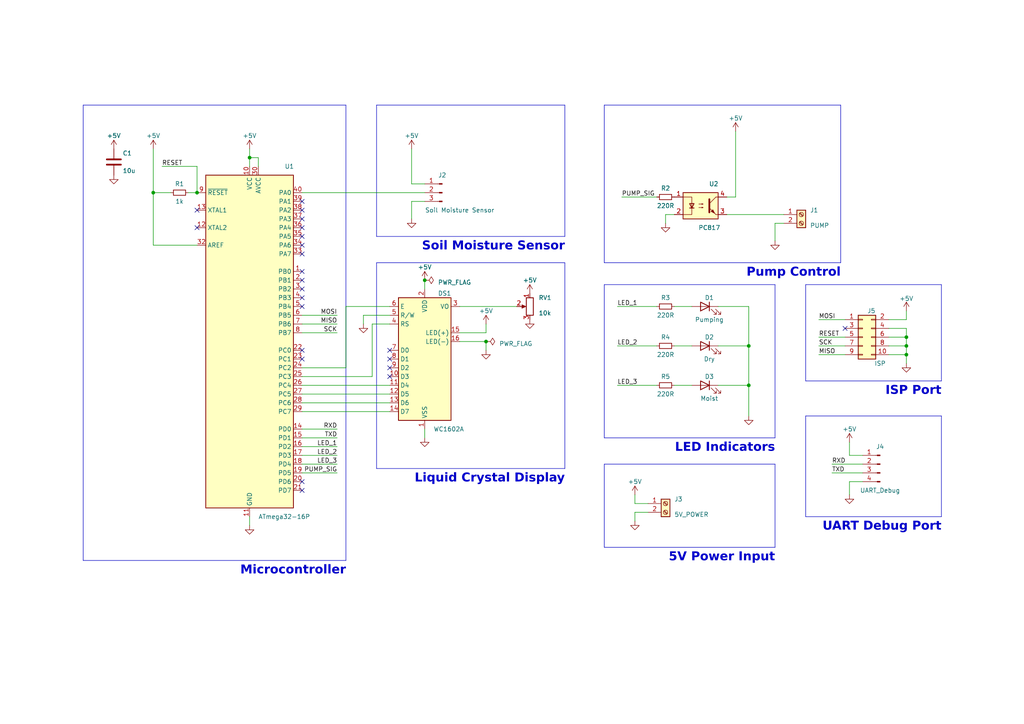
<source format=kicad_sch>
(kicad_sch (version 20230121) (generator eeschema)
  (paper "A4")
  (title_block (title "Automatic Irrigation System") (date "2023-07-07") (rev "1") (company "JIMS Innovations") (comment 1 "Designed by Jesutofunmi Kupoluyi "))
  (lib_symbols
    (symbol "Connector:Conn_01x03_Pin" (pin_names (offset 1.016) hide)
      (property "Reference" "J" (at 0 5.08 0))
      (property "Value" "Conn_01x03_Pin" (at 0 -5.08 0))
      (symbol "Conn_01x03_Pin_1_1"
        (polyline (pts (xy 1.27 -2.54) (xy 0.8636 -2.54)) (stroke (width 0.1524)))
        (polyline (pts (xy 1.27 0) (xy 0.8636 0)) (stroke (width 0.1524)))
        (polyline (pts (xy 1.27 2.54) (xy 0.8636 2.54)) (stroke (width 0.1524)))
        (rectangle (start 0.8636 -2.413) (end 0 -2.667) (stroke (width 0.1524)) (fill (type outline)))
        (rectangle (start 0.8636 0.127) (end 0 -0.127) (stroke (width 0.1524)) (fill (type outline)))
        (rectangle (start 0.8636 2.667) (end 0 2.413) (stroke (width 0.1524)) (fill (type outline)))
        (pin passive line (at 5.08 2.54 180) (length 3.81) (name "Pin_1") (number "1"))
        (pin passive line (at 5.08 0 180) (length 3.81) (name "Pin_2") (number "2"))
        (pin passive line (at 5.08 -2.54 180) (length 3.81) (name "Pin_3") (number "3"))
      )
    )
    (symbol "Connector:Conn_01x04_Pin" (pin_names (offset 1.016) hide)
      (property "Reference" "J" (at 0 5.08 0))
      (property "Value" "Conn_01x04_Pin" (at 0 -7.62 0))
      (symbol "Conn_01x04_Pin_1_1"
        (polyline (pts (xy 1.27 -5.08) (xy 0.8636 -5.08)) (stroke (width 0.1524)))
        (polyline (pts (xy 1.27 -2.54) (xy 0.8636 -2.54)) (stroke (width 0.1524)))
        (polyline (pts (xy 1.27 0) (xy 0.8636 0)) (stroke (width 0.1524)))
        (polyline (pts (xy 1.27 2.54) (xy 0.8636 2.54)) (stroke (width 0.1524)))
        (rectangle (start 0.8636 -4.953) (end 0 -5.207) (stroke (width 0.1524)) (fill (type outline)))
        (rectangle (start 0.8636 -2.413) (end 0 -2.667) (stroke (width 0.1524)) (fill (type outline)))
        (rectangle (start 0.8636 0.127) (end 0 -0.127) (stroke (width 0.1524)) (fill (type outline)))
        (rectangle (start 0.8636 2.667) (end 0 2.413) (stroke (width 0.1524)) (fill (type outline)))
        (pin passive line (at 5.08 2.54 180) (length 3.81) (name "Pin_1") (number "1"))
        (pin passive line (at 5.08 0 180) (length 3.81) (name "Pin_2") (number "2"))
        (pin passive line (at 5.08 -2.54 180) (length 3.81) (name "Pin_3") (number "3"))
        (pin passive line (at 5.08 -5.08 180) (length 3.81) (name "Pin_4") (number "4"))
      )
    )
    (symbol "Connector:Screw_Terminal_01x02" (pin_names (offset 1.016) hide)
      (property "Reference" "J" (at 0 2.54 0))
      (property "Value" "Screw_Terminal_01x02" (at 0 -5.08 0))
      (symbol "Screw_Terminal_01x02_1_1"
        (rectangle (start -1.27 1.27) (end 1.27 -3.81) (stroke (width 0.254)) (fill (type background)))
        (circle (center 0 -2.54) (radius 0.635) (stroke (width 0.1524)))
        (polyline (pts (xy -0.5334 -2.2098) (xy 0.3302 -3.048)) (stroke (width 0.1524)))
        (polyline (pts (xy -0.5334 0.3302) (xy 0.3302 -0.508)) (stroke (width 0.1524)))
        (polyline (pts (xy -0.3556 -2.032) (xy 0.508 -2.8702)) (stroke (width 0.1524)))
        (polyline (pts (xy -0.3556 0.508) (xy 0.508 -0.3302)) (stroke (width 0.1524)))
        (circle (center 0 0) (radius 0.635) (stroke (width 0.1524)))
        (pin passive line (at -5.08 0 0) (length 3.81) (name "Pin_1") (number "1"))
        (pin passive line (at -5.08 -2.54 0) (length 3.81) (name "Pin_2") (number "2"))
      )
    )
    (symbol "Connector_Generic:Conn_02x05_Odd_Even" (pin_names (offset 1.016) hide)
      (property "Reference" "J" (at 1.27 7.62 0))
      (property "Value" "Conn_02x05_Odd_Even" (at 1.27 -7.62 0))
      (symbol "Conn_02x05_Odd_Even_1_1"
        (rectangle (start -1.27 -4.953) (end 0 -5.207) (stroke (width 0.1524)))
        (rectangle (start -1.27 -2.413) (end 0 -2.667) (stroke (width 0.1524)))
        (rectangle (start -1.27 0.127) (end 0 -0.127) (stroke (width 0.1524)))
        (rectangle (start -1.27 2.667) (end 0 2.413) (stroke (width 0.1524)))
        (rectangle (start -1.27 5.207) (end 0 4.953) (stroke (width 0.1524)))
        (rectangle (start -1.27 6.35) (end 3.81 -6.35) (stroke (width 0.254)) (fill (type background)))
        (rectangle (start 3.81 -4.953) (end 2.54 -5.207) (stroke (width 0.1524)))
        (rectangle (start 3.81 -2.413) (end 2.54 -2.667) (stroke (width 0.1524)))
        (rectangle (start 3.81 0.127) (end 2.54 -0.127) (stroke (width 0.1524)))
        (rectangle (start 3.81 2.667) (end 2.54 2.413) (stroke (width 0.1524)))
        (rectangle (start 3.81 5.207) (end 2.54 4.953) (stroke (width 0.1524)))
        (pin passive line (at -5.08 5.08 0) (length 3.81) (name "Pin_1") (number "1"))
        (pin passive line (at 7.62 -5.08 180) (length 3.81) (name "Pin_10") (number "10"))
        (pin passive line (at 7.62 5.08 180) (length 3.81) (name "Pin_2") (number "2"))
        (pin passive line (at -5.08 2.54 0) (length 3.81) (name "Pin_3") (number "3"))
        (pin passive line (at 7.62 2.54 180) (length 3.81) (name "Pin_4") (number "4"))
        (pin passive line (at -5.08 0 0) (length 3.81) (name "Pin_5") (number "5"))
        (pin passive line (at 7.62 0 180) (length 3.81) (name "Pin_6") (number "6"))
        (pin passive line (at -5.08 -2.54 0) (length 3.81) (name "Pin_7") (number "7"))
        (pin passive line (at 7.62 -2.54 180) (length 3.81) (name "Pin_8") (number "8"))
        (pin passive line (at -5.08 -5.08 0) (length 3.81) (name "Pin_9") (number "9"))
      )
    )
    (symbol "Device:C" (pin_numbers hide) (pin_names (offset 0.254))
      (property "Reference" "C" (at 0.635 2.54 0))
      (property "Value" "C" (at 0.635 -2.54 0))
      (symbol "C_0_1"
        (polyline (pts (xy -2.032 -0.762) (xy 2.032 -0.762)) (stroke (width 0.508)))
        (polyline (pts (xy -2.032 0.762) (xy 2.032 0.762)) (stroke (width 0.508)))
      )
      (symbol "C_1_1"
        (pin passive line (at 0 3.81 270) (length 2.794) (name "~") (number "1"))
        (pin passive line (at 0 -3.81 90) (length 2.794) (name "~") (number "2"))
      )
    )
    (symbol "Device:LED" (pin_numbers hide) (pin_names (offset 1.016) hide)
      (property "Reference" "D" (at 0 2.54 0))
      (property "Value" "LED" (at 0 -2.54 0))
      (symbol "LED_0_1"
        (polyline (pts (xy -1.27 -1.27) (xy -1.27 1.27)) (stroke (width 0.254)))
        (polyline (pts (xy -1.27 0) (xy 1.27 0)))
        (polyline (pts (xy 1.27 -1.27) (xy 1.27 1.27) (xy -1.27 0) (xy 1.27 -1.27)) (stroke (width 0.254)))
        (polyline (pts (xy -3.048 -0.762) (xy -4.572 -2.286) (xy -3.81 -2.286) (xy -4.572 -2.286) (xy -4.572 -1.524)))
        (polyline (pts (xy -1.778 -0.762) (xy -3.302 -2.286) (xy -2.54 -2.286) (xy -3.302 -2.286) (xy -3.302 -1.524)))
      )
      (symbol "LED_1_1"
        (pin passive line (at -3.81 0 0) (length 2.54) (name "K") (number "1"))
        (pin passive line (at 3.81 0 180) (length 2.54) (name "A") (number "2"))
      )
    )
    (symbol "Device:R_Potentiometer" (pin_names (offset 1.016) hide)
      (property "Reference" "RV" (at -4.445 0 90))
      (property "Value" "R_Potentiometer" (at -2.54 0 90))
      (symbol "R_Potentiometer_0_1"
        (polyline (pts (xy 2.54 0) (xy 1.524 0)))
        (polyline (pts (xy 1.143 0) (xy 2.286 0.508) (xy 2.286 -0.508) (xy 1.143 0)) (fill (type outline)))
        (rectangle (start 1.016 2.54) (end -1.016 -2.54) (stroke (width 0.254)))
      )
      (symbol "R_Potentiometer_1_1"
        (pin passive line (at 0 3.81 270) (length 1.27) (name "1") (number "1"))
        (pin passive line (at 3.81 0 180) (length 1.27) (name "2") (number "2"))
        (pin passive line (at 0 -3.81 90) (length 1.27) (name "3") (number "3"))
      )
    )
    (symbol "Device:R_Small" (pin_numbers hide) (pin_names (offset 0.254) hide)
      (property "Reference" "R" (at 0.762 0.508 0))
      (property "Value" "R_Small" (at 0.762 -1.016 0))
      (symbol "R_Small_0_1"
        (rectangle (start -0.762 1.778) (end 0.762 -1.778) (stroke (width 0.2032)))
      )
      (symbol "R_Small_1_1"
        (pin passive line (at 0 2.54 270) (length 0.762) (name "~") (number "1"))
        (pin passive line (at 0 -2.54 90) (length 0.762) (name "~") (number "2"))
      )
    )
    (symbol "Display_Character:WC1602A"
      (property "Reference" "DS" (at -5.842 19.05 0))
      (property "Value" "WC1602A" (at 5.334 19.05 0))
      (symbol "WC1602A_1_1"
        (rectangle (start -7.62 17.78) (end 7.62 -17.78) (stroke (width 0.254)) (fill (type background)))
        (pin power_in line (at 0 -20.32 90) (length 2.54) (name "VSS") (number "1"))
        (pin input line (at -10.16 -5.08 0) (length 2.54) (name "D3") (number "10"))
        (pin input line (at -10.16 -7.62 0) (length 2.54) (name "D4") (number "11"))
        (pin input line (at -10.16 -10.16 0) (length 2.54) (name "D5") (number "12"))
        (pin input line (at -10.16 -12.7 0) (length 2.54) (name "D6") (number "13"))
        (pin input line (at -10.16 -15.24 0) (length 2.54) (name "D7") (number "14"))
        (pin power_in line (at 10.16 7.62 180) (length 2.54) (name "LED(+)") (number "15"))
        (pin power_in line (at 10.16 5.08 180) (length 2.54) (name "LED(-)") (number "16"))
        (pin power_in line (at 0 20.32 270) (length 2.54) (name "VDD") (number "2"))
        (pin input line (at 10.16 15.24 180) (length 2.54) (name "VO") (number "3"))
        (pin input line (at -10.16 10.16 0) (length 2.54) (name "RS") (number "4"))
        (pin input line (at -10.16 12.7 0) (length 2.54) (name "R/W") (number "5"))
        (pin input line (at -10.16 15.24 0) (length 2.54) (name "E") (number "6"))
        (pin input line (at -10.16 2.54 0) (length 2.54) (name "D0") (number "7"))
        (pin input line (at -10.16 0 0) (length 2.54) (name "D1") (number "8"))
        (pin input line (at -10.16 -2.54 0) (length 2.54) (name "D2") (number "9"))
      )
    )
    (symbol "Isolator:PC817" (pin_names (offset 1.016))
      (property "Reference" "U" (at -5.08 5.08 0))
      (property "Value" "PC817" (at 0 5.08 0))
      (symbol "PC817_0_1"
        (rectangle (start -5.08 3.81) (end 5.08 -3.81) (stroke (width 0.254)) (fill (type background)))
        (polyline (pts (xy -3.175 -0.635) (xy -1.905 -0.635)) (stroke (width 0.254)))
        (polyline (pts (xy 2.54 0.635) (xy 4.445 2.54)))
        (polyline (pts (xy 4.445 -2.54) (xy 2.54 -0.635)) (fill (type outline)))
        (polyline (pts (xy 4.445 -2.54) (xy 5.08 -2.54)))
        (polyline (pts (xy 4.445 2.54) (xy 5.08 2.54)))
        (polyline (pts (xy -5.08 2.54) (xy -2.54 2.54) (xy -2.54 -0.635)))
        (polyline (pts (xy -2.54 -0.635) (xy -2.54 -2.54) (xy -5.08 -2.54)))
        (polyline (pts (xy 2.54 1.905) (xy 2.54 -1.905) (xy 2.54 -1.905)) (stroke (width 0.508)))
        (polyline (pts (xy -2.54 -0.635) (xy -3.175 0.635) (xy -1.905 0.635) (xy -2.54 -0.635)) (stroke (width 0.254)))
        (polyline (pts (xy -0.508 -0.508) (xy 0.762 -0.508) (xy 0.381 -0.635) (xy 0.381 -0.381) (xy 0.762 -0.508)))
        (polyline (pts (xy -0.508 0.508) (xy 0.762 0.508) (xy 0.381 0.381) (xy 0.381 0.635) (xy 0.762 0.508)))
        (polyline (pts (xy 3.048 -1.651) (xy 3.556 -1.143) (xy 4.064 -2.159) (xy 3.048 -1.651) (xy 3.048 -1.651)) (fill (type outline)))
      )
      (symbol "PC817_1_1"
        (pin passive line (at -7.62 2.54 0) (length 2.54) (name "~") (number "1"))
        (pin passive line (at -7.62 -2.54 0) (length 2.54) (name "~") (number "2"))
        (pin passive line (at 7.62 -2.54 180) (length 2.54) (name "~") (number "3"))
        (pin passive line (at 7.62 2.54 180) (length 2.54) (name "~") (number "4"))
      )
    )
    (symbol "MCU_Microchip_ATmega:ATmega32-16P"
      (property "Reference" "U" (at -12.7 49.53 0))
      (property "Value" "ATmega32-16P" (at 2.54 -49.53 0))
      (symbol "ATmega32-16P_0_1"
        (rectangle (start -12.7 -48.26) (end 12.7 48.26) (stroke (width 0.254)) (fill (type background)))
      )
      (symbol "ATmega32-16P_1_1"
        (pin bidirectional line (at 15.24 20.32 180) (length 2.54) (name "PB0") (number "1"))
        (pin power_in line (at 0 50.8 270) (length 2.54) (name "VCC") (number "10"))
        (pin power_in line (at 0 -50.8 90) (length 2.54) (name "GND") (number "11"))
        (pin output line (at -15.24 33.02 0) (length 2.54) (name "XTAL2") (number "12"))
        (pin input line (at -15.24 38.1 0) (length 2.54) (name "XTAL1") (number "13"))
        (pin bidirectional line (at 15.24 -25.4 180) (length 2.54) (name "PD0") (number "14"))
        (pin bidirectional line (at 15.24 -27.94 180) (length 2.54) (name "PD1") (number "15"))
        (pin bidirectional line (at 15.24 -30.48 180) (length 2.54) (name "PD2") (number "16"))
        (pin bidirectional line (at 15.24 -33.02 180) (length 2.54) (name "PD3") (number "17"))
        (pin bidirectional line (at 15.24 -35.56 180) (length 2.54) (name "PD4") (number "18"))
        (pin bidirectional line (at 15.24 -38.1 180) (length 2.54) (name "PD5") (number "19"))
        (pin bidirectional line (at 15.24 17.78 180) (length 2.54) (name "PB1") (number "2"))
        (pin bidirectional line (at 15.24 -40.64 180) (length 2.54) (name "PD6") (number "20"))
        (pin bidirectional line (at 15.24 -43.18 180) (length 2.54) (name "PD7") (number "21"))
        (pin bidirectional line (at 15.24 -2.54 180) (length 2.54) (name "PC0") (number "22"))
        (pin bidirectional line (at 15.24 -5.08 180) (length 2.54) (name "PC1") (number "23"))
        (pin bidirectional line (at 15.24 -7.62 180) (length 2.54) (name "PC2") (number "24"))
        (pin bidirectional line (at 15.24 -10.16 180) (length 2.54) (name "PC3") (number "25"))
        (pin bidirectional line (at 15.24 -12.7 180) (length 2.54) (name "PC4") (number "26"))
        (pin bidirectional line (at 15.24 -15.24 180) (length 2.54) (name "PC5") (number "27"))
        (pin bidirectional line (at 15.24 -17.78 180) (length 2.54) (name "PC6") (number "28"))
        (pin bidirectional line (at 15.24 -20.32 180) (length 2.54) (name "PC7") (number "29"))
        (pin bidirectional line (at 15.24 15.24 180) (length 2.54) (name "PB2") (number "3"))
        (pin power_in line (at 2.54 50.8 270) (length 2.54) (name "AVCC") (number "30"))
        (pin passive line (at 0 -50.8 90) (length 2.54) hide (name "GND") (number "31"))
        (pin passive line (at -15.24 27.94 0) (length 2.54) (name "AREF") (number "32"))
        (pin bidirectional line (at 15.24 25.4 180) (length 2.54) (name "PA7") (number "33"))
        (pin bidirectional line (at 15.24 27.94 180) (length 2.54) (name "PA6") (number "34"))
        (pin bidirectional line (at 15.24 30.48 180) (length 2.54) (name "PA5") (number "35"))
        (pin bidirectional line (at 15.24 33.02 180) (length 2.54) (name "PA4") (number "36"))
        (pin bidirectional line (at 15.24 35.56 180) (length 2.54) (name "PA3") (number "37"))
        (pin bidirectional line (at 15.24 38.1 180) (length 2.54) (name "PA2") (number "38"))
        (pin bidirectional line (at 15.24 40.64 180) (length 2.54) (name "PA1") (number "39"))
        (pin bidirectional line (at 15.24 12.7 180) (length 2.54) (name "PB3") (number "4"))
        (pin bidirectional line (at 15.24 43.18 180) (length 2.54) (name "PA0") (number "40"))
        (pin bidirectional line (at 15.24 10.16 180) (length 2.54) (name "PB4") (number "5"))
        (pin bidirectional line (at 15.24 7.62 180) (length 2.54) (name "PB5") (number "6"))
        (pin bidirectional line (at 15.24 5.08 180) (length 2.54) (name "PB6") (number "7"))
        (pin bidirectional line (at 15.24 2.54 180) (length 2.54) (name "PB7") (number "8"))
        (pin input line (at -15.24 43.18 0) (length 2.54) (name "~{RESET}") (number "9"))
      )
    )
    (symbol "power:+5V" (power) (pin_names (offset 0))
      (property "Value" "+5V" (at 0 3.556 0))
      (symbol "+5V_0_1"
        (polyline (pts (xy -0.762 1.27) (xy 0 2.54)))
        (polyline (pts (xy 0 0) (xy 0 2.54)))
        (polyline (pts (xy 0 2.54) (xy 0.762 1.27)))
      )
      (symbol "+5V_1_1"
        (pin power_in line (at 0 0 90) (length 0) hide (name "+5V") (number "1"))
      )
    )
    (symbol "power:GND" (power) (pin_names (offset 0))
      (property "Value" "GND" (at 0 -3.81 0))
      (symbol "GND_0_1"
        (polyline (pts (xy 0 0) (xy 0 -1.27) (xy 1.27 -1.27) (xy 0 -2.54) (xy -1.27 -1.27) (xy 0 -1.27)))
      )
      (symbol "GND_1_1"
        (pin power_in line (at 0 0 270) (length 0) hide (name "GND") (number "1"))
      )
    )
    (symbol "power:PWR_FLAG" (power) (pin_numbers hide) (pin_names (offset 0) hide)
      (property "Value" "PWR_FLAG" (at 0 3.81 0))
      (symbol "PWR_FLAG_0_0"
        (pin power_out line (at 0 0 90) (length 0) (name "pwr") (number "1"))
      )
      (symbol "PWR_FLAG_0_1"
        (polyline (pts (xy 0 0) (xy 0 1.27) (xy -1.016 1.905) (xy 0 2.54) (xy 1.016 1.905) (xy 0 1.27)))
      )
    )
  )
  (junction (at 262.89 102.87))
  (junction (at 262.89 100.33))
  (junction (at 262.89 97.79))
  (junction (at 140.97 99.06))
  (junction (at 44.45 55.88))
  (junction (at 217.17 100.33))
  (junction (at 217.17 111.76))
  (junction (at 123.19 81.28))
  (junction (at 57.15 55.88))
  (junction (at 72.39 45.72))
  (no_connect (at 87.63 104.14))
  (no_connect (at 87.63 88.9))
  (no_connect (at 87.63 68.58))
  (no_connect (at 87.63 86.36))
  (no_connect (at 87.63 63.5))
  (no_connect (at 113.03 109.22))
  (no_connect (at 87.63 101.6))
  (no_connect (at 87.63 142.24))
  (no_connect (at 87.63 60.96))
  (no_connect (at 87.63 78.74))
  (no_connect (at 87.63 83.82))
  (no_connect (at 113.03 101.6))
  (no_connect (at 87.63 66.04))
  (no_connect (at 87.63 81.28))
  (no_connect (at 87.63 73.66))
  (no_connect (at 87.63 71.12))
  (no_connect (at 113.03 104.14))
  (no_connect (at 57.15 60.96))
  (no_connect (at 57.15 66.04))
  (no_connect (at 113.03 106.68))
  (no_connect (at 87.63 139.7))
  (no_connect (at 245.11 95.25))
  (no_connect (at 87.63 58.42))
  (wire (pts (xy 87.63 93.98) (xy 97.79 93.98)))
  (wire (pts (xy 44.45 55.88) (xy 49.53 55.88)))
  (wire (pts (xy 87.63 134.62) (xy 97.79 134.62)))
  (polyline (pts (xy 224.79 127) (xy 175.26 127)))
  (wire (pts (xy 72.39 43.18) (xy 72.39 45.72)))
  (polyline (pts (xy 175.26 30.48) (xy 243.84 30.48)))
  (wire (pts (xy 87.63 96.52) (xy 97.79 96.52)))
  (wire (pts (xy 237.49 97.79) (xy 245.11 97.79)))
  (wire (pts (xy 184.15 148.59) (xy 187.96 148.59)))
  (wire (pts (xy 105.41 93.98) (xy 105.41 91.44)))
  (wire (pts (xy 74.93 48.26) (xy 74.93 45.72)))
  (wire (pts (xy 208.28 111.76) (xy 217.17 111.76)))
  (wire (pts (xy 87.63 132.08) (xy 97.79 132.08)))
  (wire (pts (xy 257.81 100.33) (xy 262.89 100.33)))
  (polyline (pts (xy 243.84 76.2) (xy 175.26 76.2)))
  (wire (pts (xy 262.89 95.25) (xy 262.89 97.79)))
  (polyline (pts (xy 224.79 158.75) (xy 175.26 158.75)))
  (wire (pts (xy 44.45 71.12) (xy 57.15 71.12)))
  (polyline (pts (xy 175.26 134.62) (xy 224.79 134.62)))
  (polyline (pts (xy 109.22 76.2) (xy 163.83 76.2)))
  (wire (pts (xy 119.38 53.34) (xy 123.19 53.34)))
  (wire (pts (xy 217.17 111.76) (xy 217.17 120.65)))
  (wire (pts (xy 72.39 149.86) (xy 72.39 152.4)))
  (wire (pts (xy 246.38 132.08) (xy 250.19 132.08)))
  (polyline (pts (xy 273.05 82.55) (xy 273.05 110.49)))
  (wire (pts (xy 224.79 64.77) (xy 227.33 64.77)))
  (wire (pts (xy 184.15 146.05) (xy 187.96 146.05)))
  (wire (pts (xy 217.17 100.33) (xy 217.17 111.76)))
  (wire (pts (xy 208.28 88.9) (xy 217.17 88.9)))
  (wire (pts (xy 262.89 90.17) (xy 262.89 92.71)))
  (polyline (pts (xy 233.68 82.55) (xy 273.05 82.55)))
  (wire (pts (xy 57.15 55.88) (xy 57.15 48.26)))
  (wire (pts (xy 107.95 109.22) (xy 87.63 109.22)))
  (wire (pts (xy 257.81 97.79) (xy 262.89 97.79)))
  (wire (pts (xy 46.99 48.26) (xy 57.15 48.26)))
  (polyline (pts (xy 273.05 120.65) (xy 273.05 149.86)))
  (polyline (pts (xy 224.79 134.62) (xy 224.79 158.75)))
  (polyline (pts (xy 24.13 30.48) (xy 100.33 30.48)))
  (wire (pts (xy 87.63 129.54) (xy 97.79 129.54)))
  (wire (pts (xy 179.07 100.33) (xy 190.5 100.33)))
  (wire (pts (xy 140.97 96.52) (xy 140.97 93.98)))
  (wire (pts (xy 213.36 38.1) (xy 213.36 57.15)))
  (polyline (pts (xy 233.68 120.65) (xy 273.05 120.65)))
  (polyline (pts (xy 273.05 149.86) (xy 233.68 149.86)))
  (polyline (pts (xy 100.33 162.56) (xy 24.13 162.56)))
  (wire (pts (xy 241.3 134.62) (xy 250.19 134.62)))
  (polyline (pts (xy 109.22 76.2) (xy 109.22 135.89)))
  (polyline (pts (xy 163.83 68.58) (xy 109.22 68.58)))
  (wire (pts (xy 246.38 139.7) (xy 250.19 139.7)))
  (wire (pts (xy 133.35 88.9) (xy 149.86 88.9)))
  (wire (pts (xy 44.45 43.18) (xy 44.45 55.88)))
  (wire (pts (xy 213.36 57.15) (xy 210.82 57.15)))
  (polyline (pts (xy 163.83 30.48) (xy 163.83 68.58)))
  (polyline (pts (xy 24.13 30.48) (xy 24.13 162.56)))
  (polyline (pts (xy 175.26 82.55) (xy 224.79 82.55)))
  (polyline (pts (xy 175.26 82.55) (xy 175.26 127)))
  (wire (pts (xy 74.93 45.72) (xy 72.39 45.72)))
  (wire (pts (xy 140.97 99.06) (xy 140.97 101.6)))
  (wire (pts (xy 87.63 137.16) (xy 97.79 137.16)))
  (wire (pts (xy 210.82 62.23) (xy 227.33 62.23)))
  (wire (pts (xy 262.89 92.71) (xy 257.81 92.71)))
  (wire (pts (xy 262.89 102.87) (xy 262.89 105.41)))
  (wire (pts (xy 237.49 102.87) (xy 245.11 102.87)))
  (wire (pts (xy 195.58 88.9) (xy 200.66 88.9)))
  (wire (pts (xy 133.35 96.52) (xy 140.97 96.52)))
  (wire (pts (xy 87.63 114.3) (xy 113.03 114.3)))
  (wire (pts (xy 193.04 64.77) (xy 193.04 62.23)))
  (wire (pts (xy 87.63 111.76) (xy 113.03 111.76)))
  (wire (pts (xy 224.79 69.85) (xy 224.79 64.77)))
  (wire (pts (xy 241.3 137.16) (xy 250.19 137.16)))
  (wire (pts (xy 87.63 127) (xy 97.79 127)))
  (polyline (pts (xy 109.22 30.48) (xy 163.83 30.48)))
  (wire (pts (xy 237.49 100.33) (xy 245.11 100.33)))
  (polyline (pts (xy 175.26 134.62) (xy 175.26 158.75)))
  (wire (pts (xy 262.89 100.33) (xy 262.89 102.87)))
  (polyline (pts (xy 100.33 30.48) (xy 100.33 162.56)))
  (polyline (pts (xy 224.79 82.55) (xy 224.79 127)))
  (wire (pts (xy 257.81 95.25) (xy 262.89 95.25)))
  (wire (pts (xy 87.63 119.38) (xy 113.03 119.38)))
  (wire (pts (xy 54.61 55.88) (xy 57.15 55.88)))
  (wire (pts (xy 195.58 100.33) (xy 200.66 100.33)))
  (wire (pts (xy 87.63 124.46) (xy 97.79 124.46)))
  (wire (pts (xy 105.41 91.44) (xy 113.03 91.44)))
  (wire (pts (xy 195.58 111.76) (xy 200.66 111.76)))
  (wire (pts (xy 208.28 100.33) (xy 217.17 100.33)))
  (wire (pts (xy 119.38 43.18) (xy 119.38 53.34)))
  (wire (pts (xy 246.38 128.27) (xy 246.38 132.08)))
  (wire (pts (xy 44.45 55.88) (xy 44.45 71.12)))
  (wire (pts (xy 107.95 93.98) (xy 107.95 109.22)))
  (wire (pts (xy 87.63 91.44) (xy 97.79 91.44)))
  (wire (pts (xy 100.33 106.68) (xy 87.63 106.68)))
  (polyline (pts (xy 175.26 30.48) (xy 175.26 76.2)))
  (wire (pts (xy 133.35 99.06) (xy 140.97 99.06)))
  (polyline (pts (xy 109.22 30.48) (xy 109.22 68.58)))
  (wire (pts (xy 237.49 92.71) (xy 245.11 92.71)))
  (wire (pts (xy 87.63 55.88) (xy 123.19 55.88)))
  (polyline (pts (xy 243.84 30.48) (xy 243.84 76.2)))
  (polyline (pts (xy 233.68 82.55) (xy 233.68 110.49)))
  (wire (pts (xy 113.03 88.9) (xy 100.33 88.9)))
  (wire (pts (xy 119.38 58.42) (xy 123.19 58.42)))
  (wire (pts (xy 123.19 81.28) (xy 123.19 83.82)))
  (wire (pts (xy 257.81 102.87) (xy 262.89 102.87)))
  (wire (pts (xy 184.15 151.13) (xy 184.15 148.59)))
  (wire (pts (xy 113.03 93.98) (xy 107.95 93.98)))
  (wire (pts (xy 179.07 88.9) (xy 190.5 88.9)))
  (wire (pts (xy 217.17 88.9) (xy 217.17 100.33)))
  (polyline (pts (xy 233.68 120.65) (xy 233.68 149.86)))
  (wire (pts (xy 179.07 111.76) (xy 190.5 111.76)))
  (polyline (pts (xy 273.05 110.49) (xy 233.68 110.49)))
  (wire (pts (xy 246.38 143.51) (xy 246.38 139.7)))
  (wire (pts (xy 100.33 88.9) (xy 100.33 106.68)))
  (polyline (pts (xy 163.83 135.89) (xy 109.22 135.89)))
  (wire (pts (xy 87.63 116.84) (xy 113.03 116.84)))
  (wire (pts (xy 262.89 97.79) (xy 262.89 100.33)))
  (wire (pts (xy 193.04 62.23) (xy 195.58 62.23)))
  (polyline (pts (xy 163.83 76.2) (xy 163.83 135.89)))
  (wire (pts (xy 123.19 124.46) (xy 123.19 127)))
  (wire (pts (xy 180.34 57.15) (xy 190.5 57.15)))
  (wire (pts (xy 184.15 143.51) (xy 184.15 146.05)))
  (wire (pts (xy 119.38 63.5) (xy 119.38 58.42)))
  (wire (pts (xy 72.39 45.72) (xy 72.39 48.26)))
  (text "Liquid Crystal Display" (at 163.83 140.97 0) (effects (font (size 2.54 2.54) (thickness 0.508) bold) (justify right bottom)))
  (text "Soil Moisture Sensor" (at 163.83 73.66 0) (effects (font (size 2.54 2.54) (thickness 0.508) bold) (justify right bottom)))
  (text "LED Indicators" (at 224.79 132.08 0) (effects (font (size 2.54 2.54) (thickness 0.508) bold) (justify right bottom)))
  (text "Pump Control" (at 243.84 81.28 0) (effects (font (size 2.54 2.54) (thickness 0.508) bold) (justify right bottom)))
  (text "ISP Port" (at 273.05 115.57 0) (effects (font (size 2.54 2.54) (thickness 0.508) bold) (justify right bottom)))
  (text "UART Debug Port" (at 273.05 154.94 0) (effects (font (size 2.54 2.54) (thickness 0.508) bold) (justify right bottom)))
  (text "5V Power Input" (at 224.79 163.83 0) (effects (font (size 2.54 2.54) (thickness 0.508) bold) (justify right bottom)))
  (text "Microcontroller" (at 100.33 167.64 0) (effects (font (size 2.54 2.54) (thickness 0.508) bold) (justify right bottom)))
  (label "LED_1" (at 97.79 129.54 180))
  (label "TXD" (at 97.79 127 180))
  (label "RESET" (at 46.99 48.26 0))
  (label "RXD" (at 241.3 134.62 0))
  (label "MISO" (at 237.49 102.87 0))
  (label "PUMP_SIG" (at 97.79 137.16 180))
  (label "TXD" (at 241.3 137.16 0))
  (label "RESET" (at 237.49 97.79 0))
  (label "MISO" (at 97.79 93.98 180))
  (label "LED_3" (at 97.79 134.62 180))
  (label "LED_1" (at 179.07 88.9 0))
  (label "SCK" (at 237.49 100.33 0))
  (label "LED_3" (at 179.07 111.76 0))
  (label "SCK" (at 97.79 96.52 180))
  (label "MOSI" (at 97.79 91.44 180))
  (label "LED_2" (at 97.79 132.08 180))
  (label "PUMP_SIG" (at 180.34 57.15 0))
  (label "MOSI" (at 237.49 92.71 0))
  (label "LED_2" (at 179.07 100.33 0))
  (label "RXD" (at 97.79 124.46 180))
  (symbol (lib_id "Device:LED") (at 204.47 100.33 0) (mirror y) (unit 1)
    (property "Reference" "D2" (at 205.74 97.79 0))
    (property "Value" "Dry" (at 205.74 104.14 0))
    (property "Footprint" "LED_THT:LED_D5.0mm" (effects hide))
  )
  (symbol (lib_id "Device:R_Small") (at 193.04 100.33 90) (unit 1)
    (property "Reference" "R4" (at 193.04 97.79 90))
    (property "Value" "220R" (at 193.04 102.87 90))
    (property "Footprint" "Resistor_THT:R_Axial_DIN0207_L6.3mm_D2.5mm_P7.62mm_Horizontal" (effects hide))
  )
  (symbol (lib_id "power:GND") (at 153.67 92.71 0) (unit 1)
    (property "Reference" "#PWR010" (effects hide))
    (property "Value" "GND" (effects hide))
  )
  (symbol (lib_id "power:GND") (at 246.38 143.51 0) (unit 1)
    (property "Reference" "#PWR020" (effects hide))
    (property "Value" "GND" (effects hide))
  )
  (symbol (lib_id "Isolator:PC817") (at 203.2 59.69 0) (unit 1)
    (property "Reference" "U2" (at 207.01 53.34 0))
    (property "Value" "PC817" (at 205.74 66.04 0))
    (property "Footprint" "Package_DIP:DIP-4_W7.62mm" (effects hide))
    (property "Datasheet" "http://www.soselectronic.cz/a_info/resource/d/pc817.pdf" (effects hide))
  )
  (symbol (lib_id "power:GND") (at 119.38 63.5 0) (unit 1)
    (property "Reference" "#PWR017" (effects hide))
    (property "Value" "GND" (effects hide))
  )
  (symbol (lib_id "Device:R_Small") (at 52.07 55.88 90) (unit 1)
    (property "Reference" "R1" (at 52.07 53.34 90))
    (property "Value" "1k" (at 52.07 58.42 90))
    (property "Footprint" "Resistor_THT:R_Axial_DIN0207_L6.3mm_D2.5mm_P7.62mm_Horizontal" (effects hide))
  )
  (symbol (lib_id "power:GND") (at 224.79 69.85 0) (unit 1)
    (property "Reference" "#PWR015" (effects hide))
    (property "Value" "GND" (effects hide))
  )
  (symbol (lib_id "power:+5V") (at 123.19 81.28 0) (unit 1)
    (property "Reference" "#PWR03" (effects hide))
    (property "Value" "+5V" (at 123.19 77.47 0))
  )
  (symbol (lib_id "power:+5V") (at 140.97 93.98 0) (unit 1)
    (property "Reference" "#PWR05" (effects hide))
    (property "Value" "+5V" (at 140.97 90.17 0))
  )
  (symbol (lib_id "power:PWR_FLAG") (at 123.19 81.28 270) (unit 1)
    (property "Reference" "#FLG01" (effects hide))
    (property "Value" "PWR_FLAG" (at 127 81.915 90) (effects (justify left)))
  )
  (symbol (lib_id "power:+5V") (at 72.39 43.18 0) (unit 1)
    (property "Reference" "#PWR01" (effects hide))
    (property "Value" "+5V" (at 72.39 39.37 0))
  )
  (symbol (lib_id "Connector:Screw_Terminal_01x02") (at 232.41 62.23 0) (unit 1)
    (property "Reference" "J1" (at 234.95 60.96 0) (effects (justify left)))
    (property "Value" "PUMP" (at 234.95 65.405 0) (effects (justify left)))
    (property "Footprint" "TerminalBlock:TerminalBlock_bornier-2_P5.08mm" (effects hide))
  )
  (symbol (lib_id "power:GND") (at 140.97 101.6 0) (unit 1)
    (property "Reference" "#PWR06" (effects hide))
    (property "Value" "GND" (effects hide))
  )
  (symbol (lib_id "power:GND") (at 262.89 105.41 0) (unit 1)
    (property "Reference" "#PWR022" (effects hide))
    (property "Value" "GND" (effects hide))
  )
  (symbol (lib_id "Device:R_Small") (at 193.04 88.9 90) (unit 1)
    (property "Reference" "R3" (at 193.04 86.36 90))
    (property "Value" "220R" (at 193.04 91.44 90))
    (property "Footprint" "Resistor_THT:R_Axial_DIN0207_L6.3mm_D2.5mm_P7.62mm_Horizontal" (effects hide))
  )
  (symbol (lib_id "Device:R_Small") (at 193.04 57.15 90) (unit 1)
    (property "Reference" "R2" (at 193.04 54.61 90))
    (property "Value" "220R" (at 193.04 59.69 90))
    (property "Footprint" "Resistor_THT:R_Axial_DIN0207_L6.3mm_D2.5mm_P7.62mm_Horizontal" (effects hide))
  )
  (symbol (lib_id "Display_Character:WC1602A") (at 123.19 104.14 0) (unit 1)
    (property "Reference" "DS1" (at 127 85.09 0) (effects (justify left)))
    (property "Value" "WC1602A" (at 125.73 124.46 0) (effects (justify left)))
    (property "Footprint" "Display:WC1602A" (effects hide))
    (property "Datasheet" "http://www.wincomlcd.com/pdf/WC1602A-SFYLYHTC06.pdf" (effects hide))
  )
  (symbol (lib_id "power:+5V") (at 153.67 85.09 0) (unit 1)
    (property "Reference" "#PWR09" (effects hide))
    (property "Value" "+5V" (at 153.67 81.28 0))
  )
  (symbol (lib_id "power:+5V") (at 246.38 128.27 0) (unit 1)
    (property "Reference" "#PWR019" (effects hide))
    (property "Value" "+5V" (at 246.38 124.46 0))
  )
  (symbol (lib_id "Device:C") (at 33.02 46.99 0) (unit 1)
    (property "Reference" "C1" (at 35.56 44.45 0) (effects (justify left)))
    (property "Value" "10u" (at 35.56 49.53 0) (effects (justify left)))
    (property "Footprint" "Capacitor_THT:C_Radial_D5.0mm_H5.0mm_P2.00mm" (effects hide))
  )
  (symbol (lib_id "power:+5V") (at 213.36 38.1 0) (unit 1)
    (property "Reference" "#PWR014" (effects hide))
    (property "Value" "+5V" (at 213.36 34.29 0))
  )
  (symbol (lib_id "MCU_Microchip_ATmega:ATmega32-16P") (at 72.39 99.06 0) (unit 1)
    (property "Reference" "U1" (at 82.55 48.26 0) (effects (justify left)))
    (property "Value" "ATmega32-16P" (at 74.93 149.86 0) (effects (justify left)))
    (property "Footprint" "Package_DIP:DIP-40_W15.24mm" (effects hide))
    (property "Datasheet" "http://ww1.microchip.com/downloads/en/DeviceDoc/doc2503.pdf" (effects hide))
  )
  (symbol (lib_id "Device:R_Potentiometer") (at 153.67 88.9 0) (mirror y) (unit 1)
    (property "Reference" "RV1" (at 156.21 86.36 0) (effects (justify right)))
    (property "Value" "10k" (at 156.21 90.805 0) (effects (justify right)))
    (property "Footprint" "Potentiometer_THT:Potentiometer_Bourns_3266Y_Vertical" (effects hide))
  )
  (symbol (lib_id "power:GND") (at 217.17 120.65 0) (unit 1)
    (property "Reference" "#PWR018" (effects hide))
    (property "Value" "GND" (effects hide))
  )
  (symbol (lib_id "power:GND") (at 123.19 127 0) (unit 1)
    (property "Reference" "#PWR04" (effects hide))
    (property "Value" "GND" (effects hide))
  )
  (symbol (lib_id "Connector:Screw_Terminal_01x02") (at 193.04 146.05 0) (unit 1)
    (property "Reference" "J3" (at 195.58 144.78 0) (effects (justify left)))
    (property "Value" "5V_POWER" (at 195.58 149.225 0) (effects (justify left)))
    (property "Footprint" "TerminalBlock:TerminalBlock_bornier-2_P5.08mm" (effects hide))
  )
  (symbol (lib_id "power:GND") (at 184.15 151.13 0) (unit 1)
    (property "Reference" "#PWR024" (effects hide))
    (property "Value" "GND" (effects hide))
  )
  (symbol (lib_id "Connector:Conn_01x04_Pin") (at 255.27 134.62 0) (mirror y) (unit 1)
    (property "Reference" "J4" (at 255.27 129.54 0))
    (property "Value" "UART_Debug" (at 255.27 142.24 0))
    (property "Footprint" "Connector_PinHeader_2.54mm:PinHeader_1x04_P2.54mm_Vertical" (effects hide))
  )
  (symbol (lib_id "Device:R_Small") (at 193.04 111.76 90) (unit 1)
    (property "Reference" "R5" (at 193.04 109.22 90))
    (property "Value" "220R" (at 193.04 114.3 90))
    (property "Footprint" "Resistor_THT:R_Axial_DIN0207_L6.3mm_D2.5mm_P7.62mm_Horizontal" (effects hide))
  )
  (symbol (lib_id "power:GND") (at 33.02 50.8 0) (unit 1)
    (property "Reference" "#PWR012" (effects hide))
    (property "Value" "GND" (effects hide))
  )
  (symbol (lib_id "Connector_Generic:Conn_02x05_Odd_Even") (at 250.19 97.79 0) (unit 1)
    (property "Reference" "J5" (at 252.73 90.17 0))
    (property "Value" "ISP" (at 255.27 105.41 0))
    (property "Footprint" "Connector_PinHeader_2.54mm:PinHeader_2x05_P2.54mm_Vertical" (effects hide))
  )
  (symbol (lib_id "power:+5V") (at 119.38 43.18 0) (unit 1)
    (property "Reference" "#PWR016" (effects hide))
    (property "Value" "+5V" (at 119.38 39.37 0))
  )
  (symbol (lib_id "power:GND") (at 72.39 152.4 0) (unit 1)
    (property "Reference" "#PWR02" (effects hide))
    (property "Value" "GND" (effects hide))
  )
  (symbol (lib_id "power:+5V") (at 33.02 43.18 0) (unit 1)
    (property "Reference" "#PWR011" (effects hide))
    (property "Value" "+5V" (at 33.02 39.37 0))
  )
  (symbol (lib_id "power:+5V") (at 262.89 90.17 0) (unit 1)
    (property "Reference" "#PWR021" (effects hide))
    (property "Value" "+5V" (at 262.89 86.5942 0))
  )
  (symbol (lib_id "power:PWR_FLAG") (at 140.97 99.06 270) (unit 1)
    (property "Reference" "#FLG02" (effects hide))
    (property "Value" "PWR_FLAG" (at 144.78 99.695 90) (effects (justify left)))
  )
  (symbol (lib_id "Device:LED") (at 204.47 111.76 0) (mirror y) (unit 1)
    (property "Reference" "D3" (at 205.74 109.22 0))
    (property "Value" "Moist" (at 205.74 115.57 0))
    (property "Footprint" "LED_THT:LED_D5.0mm" (effects hide))
  )
  (symbol (lib_id "power:+5V") (at 44.45 43.18 0) (unit 1)
    (property "Reference" "#PWR07" (effects hide))
    (property "Value" "+5V" (at 44.45 39.37 0))
  )
  (symbol (lib_id "power:GND") (at 193.04 64.77 0) (unit 1)
    (property "Reference" "#PWR013" (effects hide))
    (property "Value" "GND" (effects hide))
  )
  (symbol (lib_id "power:GND") (at 105.41 93.98 0) (unit 1)
    (property "Reference" "#PWR08" (effects hide))
    (property "Value" "GND" (effects hide))
  )
  (symbol (lib_id "Connector:Conn_01x03_Pin") (at 128.27 55.88 0) (mirror y) (unit 1)
    (property "Reference" "J2" (at 128.27 50.8 0))
    (property "Value" "Soil Moisture Sensor" (at 133.35 60.96 0))
    (property "Footprint" "Connector_PinHeader_2.54mm:PinHeader_1x03_P2.54mm_Vertical" (effects hide))
  )
  (symbol (lib_id "power:+5V") (at 184.15 143.51 0) (unit 1)
    (property "Reference" "#PWR023" (effects hide))
    (property "Value" "+5V" (at 184.15 139.7 0))
  )
  (symbol (lib_id "Device:LED") (at 204.47 88.9 0) (mirror y) (unit 1)
    (property "Reference" "D1" (at 205.74 86.36 0))
    (property "Value" "Pumping" (at 205.74 92.71 0))
    (property "Footprint" "LED_THT:LED_D5.0mm" (effects hide))
  )
)
</source>
